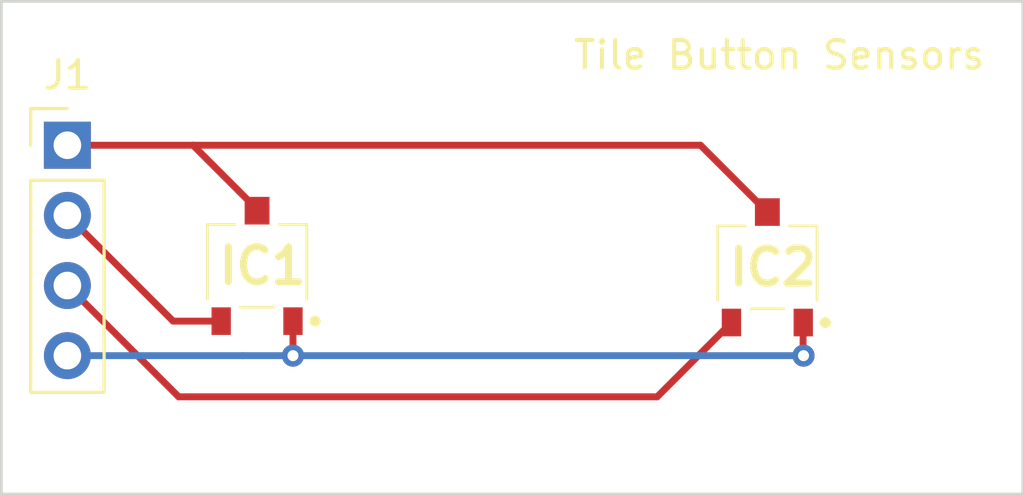
<source format=kicad_pcb>
(kicad_pcb (version 20221018) (generator pcbnew)
  (layers (0 "F.Cu" signal) (31 "B.Cu" signal) (34 "B.Paste" user) (35 "F.Paste" user) (36 "B.SilkS" user "B.Silkscreen") (37 "F.SilkS" user "F.Silkscreen") (38 "B.Mask" user) (39 "F.Mask" user) (44 "Edge.Cuts" user))
  (net 0 "")
  (net 1 "Net-(IC1-VCC)")
  (net 2 "Net-(IC1-GND)")
  (net 3 "Net-(IC1-OUT)")
  (net 4 "Net-(IC2-OUT)")
  (footprint "Connector_PinHeader_2.54mm:PinHeader_1x04_P2.54mm_Vertical" (layer "F.Cu") (at 113.27 67.9)
    (fp_text reference "J1" (at 0 -2.54) (layer "F.SilkS"))
    (fp_text value "Conn_01x04" hide)
    (fp_line (start -1.33 -1.33) (end 0 -1.33) (stroke (width 0.12)) (layer "F.SilkS"))
    (fp_line (start -1.33 0) (end -1.33 -1.33) (stroke (width 0.12)) (layer "F.SilkS"))
    (fp_line (start -1.33 1.27) (end -1.33 8.95) (stroke (width 0.12)) (layer "F.SilkS"))
    (fp_line (start -1.33 1.27) (end 1.33 1.27) (stroke (width 0.12)) (layer "F.SilkS"))
    (fp_line (start -1.33 8.95) (end 1.33 8.95) (stroke (width 0.12)) (layer "F.SilkS"))
    (fp_line (start 1.33 1.27) (end 1.33 8.95) (stroke (width 0.12)) (layer "F.SilkS"))
    (pad "GND" thru_hole rect (at 0 0) (size 1.7 1.7) (drill 1) (layers "*.Cu" "*.Mask") (net 2 "Net-(IC1-GND)"))
    (pad "S1" thru_hole oval (at 0 2.54) (size 1.7 1.7) (drill 1) (layers "*.Cu" "*.Mask") (net 3 "Net-(IC1-OUT)"))
    (pad "S2" thru_hole oval (at 0 5.08) (size 1.7 1.7) (drill 1) (layers "*.Cu" "*.Mask") (net 4 "Net-(IC2-OUT)"))
    (pad "VCC" thru_hole oval (at 0 7.62) (size 1.7 1.7) (drill 1) (layers "*.Cu" "*.Mask") (net 1 "Net-(IC1-VCC)"))
  )
  (footprint "SamacSys_Parts:EQ430L" (layer "F.Cu") (at 120.14 72.27)
    (fp_text reference "IC1" (at 0.2 0) (layer "F.SilkS") (effects (font (size 1.27 1.27) (thickness 0.254))))
    (fp_text value "EQ430L" hide)
    (fp_line (start -1.8 -1.5) (end -1.8 1.2) (stroke (width 0.1)) (layer "F.SilkS"))
    (fp_line (start -0.8 -1.5) (end -1.8 -1.5) (stroke (width 0.1)) (layer "F.SilkS"))
    (fp_line (start -0.6 1.5) (end 0.6 1.5) (stroke (width 0.1)) (layer "F.SilkS"))
    (fp_line (start 0.8 -1.5) (end 1.8 -1.5) (stroke (width 0.1)) (layer "F.SilkS"))
    (fp_line (start 1.8 -1.5) (end 1.8 1.2) (stroke (width 0.1)) (layer "F.SilkS"))
    (fp_line (start 2 2) (end 2 2) (stroke (width 0.2)) (layer "F.SilkS"))
    (fp_line (start 2.2 2) (end 2.2 2) (stroke (width 0.2)) (layer "F.SilkS"))
    (fp_arc (start 2 2) (mid 2.1 1.9) (end 2.2 2) (stroke (width 0.2)) (layer "F.SilkS"))
    (fp_arc (start 2.2 2) (mid 2.1 2.1) (end 2 2) (stroke (width 0.2)) (layer "F.SilkS"))
    (pad "1" smd rect (at 1.3 2) (size 0.7 1) (layers "F.Cu" "F.Paste" "F.Mask") (net 1 "Net-(IC1-VCC)"))
    (pad "2" smd rect (at 0 -2) (size 0.9 1) (layers "F.Cu" "F.Paste" "F.Mask") (net 2 "Net-(IC1-GND)"))
    (pad "3" smd rect (at -1.3 2) (size 0.7 1) (layers "F.Cu" "F.Paste" "F.Mask") (net 3 "Net-(IC1-OUT)"))
  )
  (footprint "SamacSys_Parts:EQ430L" (layer "F.Cu") (at 138.62 72.32)
    (fp_text reference "IC2" (at 0.2 0) (layer "F.SilkS") (effects (font (size 1.27 1.27) (thickness 0.254))))
    (fp_text value "EQ430L" hide)
    (fp_line (start -1.8 -1.5) (end -1.8 1.2) (stroke (width 0.1)) (layer "F.SilkS"))
    (fp_line (start -0.8 -1.5) (end -1.8 -1.5) (stroke (width 0.1)) (layer "F.SilkS"))
    (fp_line (start -0.6 1.5) (end 0.6 1.5) (stroke (width 0.1)) (layer "F.SilkS"))
    (fp_line (start 0.8 -1.5) (end 1.8 -1.5) (stroke (width 0.1)) (layer "F.SilkS"))
    (fp_line (start 1.8 -1.5) (end 1.8 1.2) (stroke (width 0.1)) (layer "F.SilkS"))
    (fp_line (start 2 2) (end 2 2) (stroke (width 0.2)) (layer "F.SilkS"))
    (fp_line (start 2.2 2) (end 2.2 2) (stroke (width 0.2)) (layer "F.SilkS"))
    (fp_arc (start 2 2) (mid 2.1 1.9) (end 2.2 2) (stroke (width 0.2)) (layer "F.SilkS"))
    (fp_arc (start 2.2 2) (mid 2.1 2.1) (end 2 2) (stroke (width 0.2)) (layer "F.SilkS"))
    (pad "1" smd rect (at 1.3 2) (size 0.7 1) (layers "F.Cu" "F.Paste" "F.Mask") (net 1 "Net-(IC1-VCC)"))
    (pad "2" smd rect (at 0 -2) (size 0.9 1) (layers "F.Cu" "F.Paste" "F.Mask") (net 2 "Net-(IC1-GND)"))
    (pad "3" smd rect (at -1.3 2) (size 0.7 1) (layers "F.Cu" "F.Paste" "F.Mask") (net 4 "Net-(IC2-OUT)"))
  )
  (gr_rect (start 110.88 62.69) (end 147.87 80.53) (stroke (width 0.1)) (fill none) (layer "Edge.Cuts"))
  (gr_text "Tile Button Sensors" (at 131.53 65.22) (layer "F.SilkS") (effects (font (size 1 1)) (justify left bottom)))
  (segment (start 121.44 74.27) (end 121.44 75.51) (width 0.25) (layer "F.Cu") (net 1))
  (segment (start 139.92 74.32) (end 139.91 75.51) (width 0.25) (layer "F.Cu") (net 1))
  (via (at 139.93 75.52) (size 0.8) (drill 0.4) (layers "F.Cu" "B.Cu") (net 1))
  (via (at 121.44 75.52) (size 0.8) (drill 0.4) (layers "F.Cu" "B.Cu") (net 1))
  (segment (start 119.62 75.52) (end 121.44 75.52) (width 0.25) (layer "B.Cu") (net 1))
  (segment (start 113.27 75.52) (end 119.62 75.52) (width 0.25) (layer "B.Cu") (net 1))
  (segment (start 121.44 75.52) (end 139.92 75.52) (width 0.25) (layer "B.Cu") (net 1))
  (segment (start 117.82 67.9) (end 136.2 67.9) (width 0.25) (layer "F.Cu") (net 2))
  (segment (start 120.14 70.27) (end 120.14 70.22) (width 0.25) (layer "F.Cu") (net 2))
  (segment (start 113.27 67.9) (end 117.82 67.9) (width 0.25) (layer "F.Cu") (net 2))
  (segment (start 120.14 70.22) (end 117.82 67.9) (width 0.25) (layer "F.Cu") (net 2))
  (segment (start 136.2 67.9) (end 138.62 70.32) (width 0.25) (layer "F.Cu") (net 2))
  (segment (start 117.1 74.27) (end 118.84 74.27) (width 0.25) (layer "F.Cu") (net 3))
  (segment (start 113.27 70.44) (end 117.1 74.27) (width 0.25) (layer "F.Cu") (net 3))
  (segment (start 117.3 77.01) (end 113.27 72.98) (width 0.25) (layer "F.Cu") (net 4))
  (segment (start 134.63 77.01) (end 117.3 77.01) (width 0.25) (layer "F.Cu") (net 4))
  (segment (start 137.32 74.32) (end 134.63 77.01) (width 0.25) (layer "F.Cu") (net 4))
)
</source>
